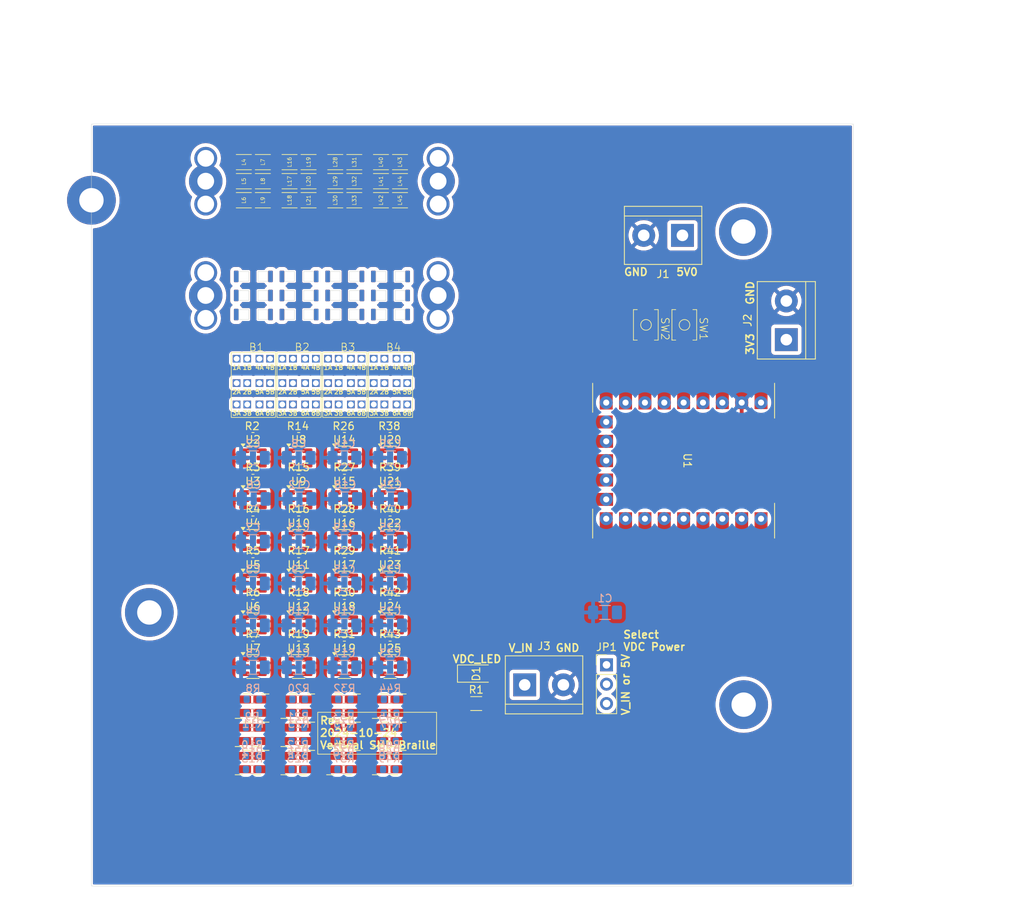
<source format=kicad_pcb>
(kicad_pcb (version 20240108) (generator "pcbnew") (generator_version "8.0")
  (layers (0 "F.Cu" signal) (31 "B.Cu" signal) (34 "B.Paste" user) (35 "F.Paste" user) (36 "B.SilkS" user "B.Silkscreen") (37 "F.SilkS" user "F.Silkscreen") (38 "B.Mask" user) (39 "F.Mask" user) (44 "Edge.Cuts" user))
  (net 0 "")
  (net 1 "GND")
  (net 2 "VDC")
  (net 3 "+5V")
  (net 4 "+3V3")
  (net 5 "Net-(J3-Pin_1)")
  (net 14 "/SHIFT_SRCK")
  (net 21 "/SHIFT_SER_IN")
  (net 23 "/SHIFT_RCLK")
  (net 41 "/SW_1")
  (net 42 "/SW_2")
  (net 43 "Net-(D1-A)")
  (net 54 "Net-(D2-AK)")
  (net 55 "Net-(D3-AK)")
  (net 56 "Net-(D4-AK)")
  (net 57 "Net-(D5-AK)")
  (net 58 "Net-(D6-AK)")
  (net 59 "Net-(D7-AK)")
  (net 60 "Net-(D8-AK)")
  (net 61 "Net-(D9-AK)")
  (net 62 "Net-(D10-AK)")
  (net 63 "Net-(D11-AK)")
  (net 64 "Net-(D12-AK)")
  (net 65 "Net-(D13-AK)")
  (net 66 "Net-(D14-AK)")
  (net 67 "Net-(D15-AK)")
  (net 68 "Net-(D16-AK)")
  (net 69 "Net-(D17-AK)")
  (net 70 "Net-(D18-AK)")
  (net 71 "Net-(D19-AK)")
  (net 72 "Net-(D20-AK)")
  (net 73 "Net-(D21-AK)")
  (net 74 "Net-(D22-AK)")
  (net 75 "Net-(D23-AK)")
  (net 76 "Net-(D24-AK)")
  (net 77 "Net-(D25-AK)")
  (net 78 "Net-(B1-3B)")
  (net 79 "Net-(B1-6B)")
  (net 80 "Net-(B1-5B)")
  (net 81 "Net-(B1-1B)")
  (net 82 "Net-(B1-2B)")
  (net 83 "Net-(B1-4B)")
  (net 84 "Net-(B2-1B)")
  (net 85 "Net-(B2-6B)")
  (net 86 "Net-(B2-5B)")
  (net 87 "Net-(B2-2B)")
  (net 88 "Net-(B2-4B)")
  (net 89 "Net-(B2-3B)")
  (net 90 "Net-(B3-1B)")
  (net 91 "Net-(B3-3B)")
  (net 92 "Net-(B3-6B)")
  (net 93 "Net-(B3-4B)")
  (net 94 "Net-(B3-2B)")
  (net 95 "Net-(B3-5B)")
  (net 96 "Net-(B4-5B)")
  (net 97 "Net-(B4-3B)")
  (net 98 "Net-(B4-2B)")
  (net 99 "Net-(B4-4B)")
  (net 100 "Net-(B4-1B)")
  (net 101 "Net-(B4-6B)")
  (net 102 "/Braille_Cells_and_Controls/Braille_Cell/DOT5_A")
  (net 103 "/Braille_Cells_and_Controls/Braille_Cell/DOT3_A")
  (net 104 "/Braille_Cells_and_Controls/Braille_Cell/DOT6_A")
  (net 105 "/Braille_Cells_and_Controls/Braille_Cell/DOT2_A")
  (net 106 "/Braille_Cells_and_Controls/Braille_Cell/DOT1_A")
  (net 107 "/Braille_Cells_and_Controls/Braille_Cell/DOT4_A")
  (net 108 "/Braille_Cells_and_Controls/Braille_Cell1/DOT2_A")
  (net 109 "/Braille_Cells_and_Controls/Braille_Cell1/DOT6_A")
  (net 110 "/Braille_Cells_and_Controls/Braille_Cell1/DOT1_A")
  (net 111 "/Braille_Cells_and_Controls/Braille_Cell1/DOT3_A")
  (net 112 "/Braille_Cells_and_Controls/Braille_Cell1/DOT4_A")
  (net 113 "/Braille_Cells_and_Controls/Braille_Cell1/DOT5_A")
  (net 114 "/Braille_Cells_and_Controls/Braille_Cell2/DOT2_A")
  (net 115 "/Braille_Cells_and_Controls/Braille_Cell2/DOT4_A")
  (net 116 "/Braille_Cells_and_Controls/Braille_Cell2/DOT5_A")
  (net 117 "/Braille_Cells_and_Controls/Braille_Cell2/DOT6_A")
  (net 118 "/Braille_Cells_and_Controls/Braille_Cell2/DOT1_A")
  (net 119 "/Braille_Cells_and_Controls/Braille_Cell2/DOT3_A")
  (net 120 "/Braille_Cells_and_Controls/Braille_Cell3/DOT6_A")
  (net 121 "/Braille_Cells_and_Controls/Braille_Cell3/DOT1_A")
  (net 122 "/Braille_Cells_and_Controls/Braille_Cell3/DOT2_A")
  (net 123 "/Braille_Cells_and_Controls/Braille_Cell3/DOT5_A")
  (net 124 "/Braille_Cells_and_Controls/Braille_Cell3/DOT3_A")
  (net 125 "/Braille_Cells_and_Controls/Braille_Cell3/DOT4_A")
  (net 126 "/Braille_Cells_and_Controls/CELL0_DOT1_B")
  (net 127 "/Braille_Cells_and_Controls/CELL0_DOT2_B")
  (net 128 "/Braille_Cells_and_Controls/CELL0_DOT3_B")
  (net 129 "/Braille_Cells_and_Controls/CELL0_DOT4_B")
  (net 130 "/Braille_Cells_and_Controls/CELL0_DOT5_B")
  (net 131 "/Braille_Cells_and_Controls/CELL0_DOT6_B")
  (net 132 "/Braille_Cells_and_Controls/CELL1_DOT1_B")
  (net 133 "/Braille_Cells_and_Controls/CELL1_DOT2_B")
  (net 134 "/Braille_Cells_and_Controls/CELL1_DOT3_B")
  (net 135 "/Braille_Cells_and_Controls/CELL1_DOT4_B")
  (net 136 "/Braille_Cells_and_Controls/CELL1_DOT5_B")
  (net 137 "/Braille_Cells_and_Controls/CELL1_DOT6_B")
  (net 138 "/Braille_Cells_and_Controls/CELL2_DOT1_B")
  (net 139 "/Braille_Cells_and_Controls/CELL2_DOT2_B")
  (net 140 "/Braille_Cells_and_Controls/CELL2_DOT3_B")
  (net 141 "/Braille_Cells_and_Controls/CELL2_DOT4_B")
  (net 142 "/Braille_Cells_and_Controls/CELL2_DOT5_B")
  (net 143 "/Braille_Cells_and_Controls/CELL2_DOT6_B")
  (net 144 "/Braille_Cells_and_Controls/CELL3_DOT1_B")
  (net 145 "/Braille_Cells_and_Controls/CELL3_DOT2_B")
  (net 146 "/Braille_Cells_and_Controls/CELL3_DOT3_B")
  (net 147 "/Braille_Cells_and_Controls/CELL3_DOT4_B")
  (net 148 "/Braille_Cells_and_Controls/CELL3_DOT5_B")
  (net 149 "/Braille_Cells_and_Controls/CELL3_DOT6_B")
  (net 150 "/Braille_Cells_and_Controls/Braille_Cell/DOT1_B")
  (net 151 "/Braille_Cells_and_Controls/Braille_Cell/DOT2_B")
  (net 152 "/Braille_Cells_and_Controls/Braille_Cell/DOT3_B")
  (net 153 "/Braille_Cells_and_Controls/Braille_Cell/DOT4_B")
  (net 154 "/Braille_Cells_and_Controls/Braille_Cell/DOT5_B")
  (net 155 "/Braille_Cells_and_Controls/Braille_Cell/DOT6_B")
  (net 156 "/Braille_Cells_and_Controls/CELL0_DOT1_A")
  (net 157 "/Braille_Cells_and_Controls/CELL0_DOT2_A")
  (net 158 "/Braille_Cells_and_Controls/CELL0_DOT3_A")
  (net 159 "/Braille_Cells_and_Controls/CELL0_DOT4_A")
  (net 160 "/Braille_Cells_and_Controls/CELL0_DOT5_A")
  (net 161 "/Braille_Cells_and_Controls/CELL0_DOT6_A")
  (net 162 "/Braille_Cells_and_Controls/Braille_Cell1/DOT1_B")
  (net 163 "/Braille_Cells_and_Controls/Braille_Cell1/DOT2_B")
  (net 164 "/Braille_Cells_and_Controls/Braille_Cell1/DOT3_B")
  (net 165 "/Braille_Cells_and_Controls/Braille_Cell1/DOT4_B")
  (net 166 "/Braille_Cells_and_Controls/Braille_Cell1/DOT5_B")
  (net 167 "/Braille_Cells_and_Controls/Braille_Cell1/DOT6_B")
  (net 168 "/Braille_Cells_and_Controls/CELL1_DOT1_A")
  (net 169 "/Braille_Cells_and_Controls/CELL1_DOT2_A")
  (net 170 "/Braille_Cells_and_Controls/CELL1_DOT3_A")
  (net 171 "/Braille_Cells_and_Controls/CELL1_DOT4_A")
  (net 172 "/Braille_Cells_and_Controls/CELL1_DOT5_A")
  (net 173 "/Braille_Cells_and_Controls/CELL1_DOT6_A")
  (net 174 "/Braille_Cells_and_Controls/Braille_Cell2/DOT1_B")
  (net 175 "/Braille_Cells_and_Controls/Braille_Cell2/DOT2_B")
  (net 176 "/Braille_Cells_and_Controls/Braille_Cell2/DOT3_B")
  (net 177 "/Braille_Cells_and_Controls/Braille_Cell2/DOT4_B")
  (net 178 "/Braille_Cells_and_Controls/Braille_Cell2/DOT5_B")
  (net 179 "/Braille_Cells_and_Controls/Braille_Cell2/DOT6_B")
  (net 180 "/Braille_Cells_and_Controls/CELL2_DOT1_A")
  (net 181 "/Braille_Cells_and_Controls/CELL2_DOT2_A")
  (net 182 "/Braille_Cells_and_Controls/CELL2_DOT3_A")
  (net 183 "/Braille_Cells_and_Controls/CELL2_DOT4_A")
  (net 184 "/Braille_Cells_and_Controls/CELL2_DOT5_A")
  (net 185 "/Braille_Cells_and_Controls/CELL2_DOT6_A")
  (net 186 "/Braille_Cells_and_Controls/Braille_Cell3/DOT1_B")
  (net 187 "/Braille_Cells_and_Controls/Braille_Cell3/DOT2_B")
  (net 188 "/Braille_Cells_and_Controls/Braille_Cell3/DOT3_B")
  (net 189 "/Braille_Cells_and_Controls/Braille_Cell3/DOT4_B")
  (net 190 "/Braille_Cells_and_Controls/Braille_Cell3/DOT5_B")
  (net 191 "/Braille_Cells_and_Controls/Braille_Cell3/DOT6_B")
  (net 192 "/Braille_Cells_and_Controls/CELL3_DOT1_A")
  (net 193 "/Braille_Cells_and_Controls/CELL3_DOT2_A")
  (net 194 "/Braille_Cells_and_Controls/CELL3_DOT3_A")
  (net 195 "/Braille_Cells_and_Controls/CELL3_DOT4_A")
  (net 196 "/Braille_Cells_and_Controls/CELL3_DOT5_A")
  (net 197 "/Braille_Cells_and_Controls/CELL3_DOT6_A")
  (net 198 "/~{SHIFT_OE}")
  (net 199 "/~{SHIFT_SRCLR}")
  (footprint "00-project-footprints:Inductor_0805_2012Metric_SMD_Vertical_Square_Rev2_1.3mm" (layer "F.Cu") (at 52.5 55)
    (property "Reference" "L12" (hide yes))
    (property "Value" "L" (hide yes))
    (fp_rect (start -0.65 -0.65) (end 0.65 0.65) (stroke (width 0.05)) (fill none) (layer "Edge.Cuts"))
  )
  (footprint "Package_TO_SOT_SMD:SOT-23-6" (layer "F.Cu") (at 51.2 84.775)
    (property "Reference" "U4")
    (property "Value" "AD116")
  )
  (footprint "00-project-footprints:Inductor_0805_2012Metric_SMD_Vertical_Square_Rev2_1.3mm" (layer "F.Cu") (at 68 50 180)
    (property "Reference" "L37" (hide yes))
    (property "Value" "L" (hide yes))
    (fp_rect (start -0.65 -0.65) (end 0.65 0.65) (stroke (width 0.05)) (fill none) (layer "Edge.Cuts"))
  )
  (footprint "00-project-footprints:LED_0603_1608Metric_HandSolder_2x_Reverse" (layer "F.Cu") (at 61.9 110.1 90)
    (property "Reference" "D15" (hide yes))
    (property "Value" "LED_Dual_Bidirectional")
  )
  (footprint "00-project-footprints:Inductor_0805_2012Metric_SMD_Vertical_Square_Rev2_1.3mm" (layer "F.Cu") (at 56 52.5 180)
    (property "Reference" "L14" (hide yes))
    (property "Value" "L" (hide yes))
    (fp_rect (start -0.65 -0.65) (end 0.65 0.65) (stroke (width 0.05)) (fill none) (layer "Edge.Cuts"))
  )
  (footprint "Package_TO_SOT_SMD:SOT-23-6" (layer "F.Cu") (at 69.2 90.25)
    (property "Reference" "U23")
    (property "Value" "AD116")
  )
  (footprint "00-project-footprints:Inductor_0805_2012Metric_SMD_Vertical_Square_Rev2_1.3mm" (layer "F.Cu") (at 64.5 52.5)
    (property "Reference" "L35" (hide yes))
    (property "Value" "L" (hide yes))
    (fp_rect (start -0.65 -0.65) (end 0.65 0.65) (stroke (width 0.05)) (fill none) (layer "Edge.Cuts"))
  )
  (footprint "00-project-footprints:Inductor_VLS201612CX" (layer "F.Cu") (at 58.5 40)
    (property "Reference" "L21")
    (property "Value" "L")
  )
  (footprint "00-project-footprints:LED_0603_1608Metric_HandSolder_2x_Reverse" (layer "F.Cu") (at 58.3 110.1 90)
    (property "Reference" "D13" (hide yes))
    (property "Value" "LED_Dual_Bidirectional")
  )
  (footprint "00-project-footprints:Inductor_VLS201612CX" (layer "F.Cu") (at 68 35)
    (property "Reference" "L40")
    (property "Value" "L")
  )
  (footprint "Capacitor_SMD:C_0603_1608Metric_Pad1.08x0.95mm_HandSolder" (layer "F.Cu") (at 51.2 98.375)
    (property "Reference" "R7")
    (property "Value" "20")
  )
  (footprint "00-project-footprints:LED_0603_1608Metric_HandSolder_2x_Reverse" (layer "F.Cu") (at 49.9 113.8 90)
    (property "Reference" "D4" (hide yes))
    (property "Value" "LED_Dual_Bidirectional")
  )
  (footprint "Capacitor_SMD:C_0603_1608Metric_Pad1.08x0.95mm_HandSolder" (layer "F.Cu") (at 63.2 81.95)
    (property "Reference" "R28")
    (property "Value" "20")
  )
  (footprint "Capacitor_SMD:C_0603_1608Metric_Pad1.08x0.95mm_HandSolder" (layer "F.Cu") (at 57.2 98.375)
    (property "Reference" "R19")
    (property "Value" "20")
  )
  (footprint "00-project-footprints:LED_0603_1608Metric_HandSolder_2x_Reverse" (layer "F.Cu") (at 64.3 106.4 90)
    (property "Reference" "D18" (hide yes))
    (property "Value" "LED_Dual_Bidirectional")
  )
  (footprint "Package_TO_SOT_SMD:SOT-23-6" (layer "F.Cu") (at 69.2 84.775)
    (property "Reference" "U22")
    (property "Value" "AD116")
  )
  (footprint "00-project-footprints:PushButtonSMD_2.93x3.9" (layer "F.Cu") (at 102.7845 56.36 -90)
    (property "Reference" "SW2")
    (property "Value" "SW_Push")
  )
  (footprint "00-project-footprints:LED_0603_1608Metric_HandSolder_2x_Reverse" (layer "F.Cu") (at 64.3 110.1 90)
    (property "Reference" "D19" (hide yes))
    (property "Value" "LED_Dual_Bidirectional")
  )
  (footprint "00-project-footprints:Inductor_VLS201612CX" (layer "F.Cu") (at 52.5 37.5)
    (property "Reference" "L8")
    (property "Value" "L")
  )
  (footprint "Connector_PinHeader_2.54mm:PinHeader_1x03_P2.54mm_Vertical" (layer "F.Cu") (at 97.6 100.975)
    (property "Reference" "JP1")
    (property "Value" "SolderJumper_3_Open")
  )
  (footprint "Package_TO_SOT_SMD:SOT-23-6" (layer "F.Cu") (at 63.2 90.25)
    (property "Reference" "U17")
    (property "Value" "AD116")
  )
  (footprint "Capacitor_SMD:C_0603_1608Metric_Pad1.08x0.95mm_HandSolder" (layer "F.Cu") (at 57.2 87.425)
    (property "Reference" "R17")
    (property "Value" "20")
  )
  (footprint "Package_TO_SOT_SMD:SOT-23-6" (layer "F.Cu") (at 51.2 73.825)
    (property "Reference" "U2")
    (property "Value" "AD116")
  )
  (footprint "00-project-footprints:Inductor_VLS201612CX" (layer "F.Cu") (at 56 35)
    (property "Reference" "L16")
    (property "Value" "L")
  )
  (footprint "00-project-footprints:Inductor_0805_2012Metric_SMD_Vertical_Square_Rev2_1.3mm" (layer "F.Cu") (at 50 50 180)
    (property "Reference" "L1" (hide yes))
    (property "Value" "L" (hide yes))
    (fp_rect (start -0.65 -0.65) (end 0.65 0.65) (stroke (width 0.05)) (fill none) (layer "Edge.Cuts"))
  )
  (footprint "00-project-footprints:Braille_Block_MountingHoles_M2_3x" (layer "F.Cu") (at 75.5 37.5)
    (property "Reference" "H8" (hide yes))
    (property "Value" "MountingHole_Pad")
  )
  (footprint "00-project-footprints:Inductor_0805_2012Metric_SMD_Vertical_Square_Rev2_1.3mm" (layer "F.Cu") (at 62 52.5 180)
    (property "Reference" "L26" (hide yes))
    (property "Value" "L" (hide yes))
    (fp_rect (start -0.65 -0.65) (end 0.65 0.65) (stroke (width 0.05)) (fill none) (layer "Edge.Cuts"))
  )
  (footprint "00-project-footprints:LED_0603_1608Metric_HandSolder_2x_Reverse" (layer "F.Cu") (at 52.3 113.8 90)
    (property "Reference" "D5" (hide yes))
    (property "Value" "LED_Dual_Bidirectional")
  )
  (footprint "Package_TO_SOT_SMD:SOT-23-6" (layer "F.Cu") (at 51.2 90.25)
    (property "Reference" "U5")
    (property "Value" "AD116")
  )
  (footprint "LED_SMD:LED_1206_3216Metric_Pad1.42x1.75mm_HandSolder" (layer "F.Cu") (at 80.495 102.12)
    (property "Reference" "D1")
    (property "Value" "LED")
  )
  (footprint "00-project-footprints:Inductor_VLS201612CX" (layer "F.Cu") (at 52.5 40)
    (property "Reference" "L9")
    (property "Value" "L")
  )
  (footprint "TerminalBlock:TerminalBlock_bornier-2_P5.08mm" (layer "F.Cu") (at 107.5645 44.61 180)
    (property "Reference" "J1")
    (property "Value" "Screw_Terminal_01x02")
  )
  (footprint "Package_TO_SOT_SMD:SOT-23-6" (layer "F.Cu") (at 51.2 79.3)
    (property "Reference" "U3")
    (property "Value" "AD116")
  )
  (footprint "00-project-footprints:Inductor_0805_2012Metric_SMD_Vertical_Square_Rev2_1.3mm" (layer "F.Cu") (at 52.5 50)
    (property "Reference" "L10" (hide yes))
    (property "Value" "L" (hide yes))
    (fp_rect (start -0.65 -0.65) (end 0.65 0.65) (stroke (width 0.05)) (fill none) (layer "Edge.Cuts"))
  )
  (footprint "00-project-footprints:Braille_Cell_Breakout" (layer "F.Cu") (at 69.25 64)
    (property "Reference" "B4")
    (property "Value" "~")
  )
  (footprint "Capacitor_SMD:C_0603_1608Metric_Pad1.08x0.95mm_HandSolder" (layer "F.Cu") (at 51.2 87.425)
    (property "Reference" "R5")
    (property "Value" "20")
  )
  (footprint "00-project-footprints:Inductor_0805_2012Metric_SMD_Vertical_Square_Rev2_1.3mm" (layer "F.Cu") (at 62 50 180)
    (property "Reference" "L25" (hide yes))
    (property "Value" "L" (hide yes))
    (fp_rect (start -0.65 -0.65) (end 0.65 0.65) (stroke (width 0.05)) (fill none) (layer "Edge.Cuts"))
  )
  (footprint "00-project-footprints:Inductor_VLS201612CX" (layer "F.Cu") (at 62 40)
    (property "Reference" "L30")
    (property "Value" "L")
  )
  (footprint "00-project-footprints:Inductor_VLS201612CX" (layer "F.Cu") (at 70.5 35)
    (property "Reference" "L43")
    (property "Value" "L")
  )
  (footprint "Capacitor_SMD:C_0603_1608Metric_Pad1.08x0.95mm_HandSolder" (layer "F.Cu") (at 69.2 92.9)
    (property "Reference" "R42")
    (property "Value" "20")
  )
  (footprint "00-project-footprints:Inductor_VLS201612CX" (layer "F.Cu") (at 56 37.5)
    (property "Reference" "L17")
    (property "Value" "L")
  )
  (footprint "Capacitor_SMD:C_0603_1608Metric_Pad1.08x0.95mm_HandSolder" (layer "F.Cu") (at 63.2 76.475)
    (property "Reference" "R27")
    (property "Value" "20")
  )
  (footprint "Package_TO_SOT_SMD:SOT-23-6" (layer "F.Cu") (at 57.2 95.725)
    (property "Reference" "U12")
    (property "Value" "AD116")
  )
  (footprint "Package_TO_SOT_SMD:SOT-23-6" (layer "F.Cu") (at 51.2 101.2)
    (property "Reference" "U7")
    (property "Value" "AD116")
  )
  (footprint "00-project-footprints:Inductor_VLS201612CX" (layer "F.Cu") (at 70.5 40)
    (property "Reference" "L45")
    (property "Value" "L")
  )
  (footprint "00-project-footprints:Inductor_0805_2012Metric_SMD_Vertical_Square_Rev2_1.3mm" (layer "F.Cu") (at 62 55 180)
    (property "Reference" "L27" (hide yes))
    (property "Value" "L" (hide yes))
    (fp_rect (start -0.65 -0.65) (end 0.65 0.65) (stroke (width 0.05)) (fill none) (layer "Edge.Cuts"))
  )
  (footprint "Capacitor_SMD:C_0603_1608Metric_Pad1.08x0.95mm_HandSolder" (layer "F.Cu") (at 51.2 92.9)
    (property "Reference" "R6")
    (property "Value" "20")
  )
  (footprint "00-project-footprints:Braille_Block_MountingHoles_M2_3x" (layer "F.Cu") (at 45 37.5)
    (property "Reference" "H7" (hide yes))
    (property "Value" "MountingHole_Pad")
  )
  (footprint "00-project-footprints:Braille_Block_MountingHoles_M2_3x" (layer "F.Cu") (at 75.5 52.5)
    (property "Reference" "H6" (hide yes))
    (property "Value" "MountingHole_Pad")
  )
  (footprint "00-project-footprints:Braille_Block_MountingHoles_M2_3x" (layer "F.Cu") (at 45 52.5)
    (property "Reference" "H5" (hide yes))
    (property "Value" "MountingHole_Pad")
  )
  (footprint "Package_TO_SOT_SMD:SOT-23-6" (layer "F.Cu") (at 57.2 101.2)
    (property "Reference" "U13")
    (property "Value" "AD116")
  )
  (footprint "00-project-footprints:LED_0603_1608Metric_HandSolder_2x_Reverse" (layer "F.Cu") (at 58.3 113.8 90)
    (property "Reference" "D11" (hide yes))
    (property "Value" "LED_Dual_Bidirectional")
  )
  (footprint "00-project-footprints:Inductor_VLS201612CX" (layer "F.Cu") (at 62 35)
    (property "Reference" "L28")
    (property "Value" "L")
  )
  (footprint "00-project-footprints:LED_0603_1608Metric_HandSolder_2x_Reverse" (layer "F.Cu") (at 64.3 113.8 90)
    (property "Reference" "D17" (hide yes))
    (property "Value" "LED_Dual_Bidirectional")
  )
  (footprint "00-project-footprints:LED_0603_1608Metric_HandSolder_2x_Reverse" (layer "F.Cu") (at 55.9 106.4 90)
    (property "Reference" "D8" (hide yes))
    (property "Value" "LED_Dual_Bidirectional")
  )
  (footprint "Capacitor_SMD:C_0603_1608Metric_Pad1.08x0.95mm_HandSolder" (layer "F.Cu") (at 69.2 81.95)
    (property "Reference" "R40")
    (property "Value" "20")
  )
  (footprint "Capacitor_SMD:C_0603_1608Metric_Pad1.08x0.95mm_HandSolder" (layer "F.Cu") (at 69.2 76.475)
    (property "Reference" "R39")
    (property "Value" "20")
  )
  (footprint "00-project-footprints:Inductor_0805_2012Metric_SMD_Vertical_Square_Rev2_1.3mm" (layer "F.Cu") (at 68 52.5 180)
    (property "Reference" "L38" (hide yes))
    (property "Value" "L" (hide yes))
    (fp_rect (start -0.65 -0.65) (end 0.65 0.65) (stroke (width 0.05)) (fill none) (layer "Edge.Cuts"))
  )
  (footprint "00-project-footprints:Inductor_0805_2012Metric_SMD_Vertical_Square_Rev2_1.3mm" (layer "F.Cu") (at 70.5 50)
    (property "Reference" "L46" (hide yes))
    (property "Value" "L" (hide yes))
    (fp_rect (start -0.65 -0.65) (end 0.65 0.65) (stroke (width 0.05)) (fill none) (layer "Edge.Cuts"))
  )
  (footprint "TerminalBlock:TerminalBlock_bornier-2_P5.08mm" (layer "F.Cu") (at 121.2 58.3 90)
    (property "Reference" "J2")
    (property "Value" "Screw_Terminal_01x02")
  )
  (footprint "00-project-footprints:LED_0603_1608Metric_HandSolder_2x_Reverse" (layer "F.Cu") (at 49.9 110.1 90)
    (property "Reference" "D3" (hide yes))
    (property "Value" "LED_Dual_Bidirectional")
  )
  (footprint "00-project-footprints:RP2040 Zero" (layer "F.Cu") (at 94.893 64.02 -90)
    (property "Reference" "U1")
    (property "Value" "RP2040-Zero")
  )
  (footprint "Capacitor_SMD:C_0603_1608Metric_Pad1.08x0.95mm_HandSolder" (layer "F.Cu") (at 51.2 81.95)
    (property "Reference" "R4")
    (property "Value" "20")
  )
  (footprint "00-project-footprints:Braille_Cell_Breakout" (layer "F.Cu") (at 63.25 64)
    (property "Reference" "B3")
    (property "Value" "~")
  )
  (footprint "00-project-footprints:Inductor_0805_2012Metric_SMD_Vertical_Square_Rev2_1.3mm" (layer "F.Cu") (at 64.5 55)
    (property "Reference" "L36" (hide yes))
    (property "Value" "L" (hide yes))
    (fp_rect (start -0.65 -0.65) (end 0.65 0.65) (stroke (width 0.05)) (fill none) (layer "Edge.Cuts"))
  )
  (footprint "00-project-footprints:Inductor_VLS201612CX" (layer "F.Cu") (at 62 37.5)
    (property "Reference" "L29")
    (property "Value" "L")
  )
  (footprint "00-project-footprints:Inductor_0805_2012Metric_SMD_Vertical_Square_Rev2_1.3mm" (layer "F.Cu") (at 70.5 52.5)
    (property "Reference" "L47" (hide yes))
    (property "Value" "L" (hide yes))
    (fp_rect (start -0.65 -0.65) (end 0.65 0.65) (stroke (width 0.05)) (fill none) (layer "Edge.Cuts"))
  )
  (footprint "00-project-footprints:Inductor_0805_2012Metric_SMD_Vertical_Square_Rev2_1.3mm" (layer "F.Cu") (at 58.5 55)
    (property "Reference" "L24" (hide yes))
    (property "Value" "L" (hide yes))
    (fp_rect (start -0.65 -0.65) (end 0.65 0.65) (stroke (width 0.05)) (fill none) (layer "Edge.Cuts"))
  )
  (footprint "00-project-footprints:Inductor_VLS201612CX" (layer "F.Cu") (at 64.5 37.5)
    (property "Reference" "L32")
    (property "Value" "L")
  )
  (footprint "00-project-footprints:LED_0603_1608Metric_HandSolder_2x_Reverse" (layer "F.Cu") (at 52.3 106.4 90)
    (property "Reference" "D6" (hide yes))
    (property "Value" "LED_Dual_Bidirectional")
  )
  (footprint "00-project-footprints:Inductor_VLS201612CX" (layer "F.Cu") (at 68 37.5)
    (property "Reference" "L41")
    (property "Value" "L")
  )
  (footprint "00-project-footprints:Inductor_0805_2012Metric_SMD_Vertical_Square_Rev2_1.3mm" (layer "F.Cu") (at 58.5 52.5)
    (property "Reference" "L23" (hide yes))
    (property "Value" "L" (hide yes))
    (fp_rect (start -0.65 -0.65) (end 0.65 0.65) (stroke (width 0.05)) (fill none) (layer "Edge.Cuts"))
  )
  (footprint "Capacitor_SMD:C_0603_1608Metric_Pad1.08x0.95mm_HandSolder" (layer "F.Cu") (at 63.2 87.425)
    (property "Reference" "R29")
    (property "Value" "20")
  )
  (footprint "Capacitor_SMD:C_0603_1608Metric_Pad1.08x0.95mm_HandSolder" (layer "F.Cu") (at 51.2 71 180)
    (property "Reference" "R2")
    (property "Value" "20")
  )
  (footprint "00-project-footprints:Inductor_0805_2012Metric_SMD_Vertical_Square_Rev2_1.3mm" (layer "F.Cu") (at 68 55 180)
    (property "Reference" "L39" (hide yes))
    (property "Value" "L" (hide yes))
    (fp_rect (start -0.65 -0.65) (end 0.65 0.65) (stroke (width 0.05)) (fill none) (layer "Edge.Cuts"))
  )
  (footprint "00-project-footprints:Inductor_VLS201612CX" (layer "F.Cu") (at 52.5 35)
    (property "Reference" "L7")
    (property "Value" "L")
  )
  (footprint "00-project-footprints:LED_0603_1608Metric_HandSolder_2x_Reverse" (layer "F.Cu") (at 55.9 110.1 90)
    (property "Reference" "D9" (hide yes))
    (property "Value" "LED_Dual_Bidirectional")
  )
  (footprint "Capacitor_SMD:C_0603_1608Metric_Pad1.08x0.95mm_HandSolder" (layer "F.Cu") (at 69.2 71 180)
    (property "Reference" "R38")
    (property "Value" "20")
  )
  (footprint "00-project-footprints:LED_0603_1608Metric_HandSolder_2x_Reverse" (layer "F.Cu") (at 61.9 113.8 90)
    (property "Reference" "D16" (hide yes))
    (property "Value" "LED_Dual_Bidirectional")
  )
  (footprint "00-project-footprints:LED_0603_1608Metric_HandSolder_2x_Reverse" (layer "F.Cu") (at 52.3 110.1 90)
    (property "Reference" "D7" (hide yes))
    (property "Value" "LED_Dual_Bidirectional")
  )
  (footprint "TerminalBlock:TerminalBlock_bornier-2_P5.08mm" (layer "F.Cu") (at 86.86 103.6)
    (property "Reference" "J3")
    (property "Value" "Screw_Terminal_01x02")
  )
  (footprint "Package_TO_SOT_SMD:SOT-23-6" (layer "F.Cu") (at 57.2 79.3)
    (property "Reference" "U9")
    (property "Value" "AD116")
  )
  (footprint "00-project-footprints:Inductor_0805_2012Metric_SMD_Vertical_Square_Rev2_1.3mm" (layer "F.Cu") (at 64.5 50)
    (property "Reference" "L34" (hide yes))
    (property "Value" "L" (hide yes))
    (fp_rect (start -0.65 -0.65) (end 0.65 0.65) (stroke (width 0.05)) (fill none) (layer "Edge.Cuts"))
  )
  (footprint "00-project-footprints:Inductor_0805_2012Metric_SMD_Vertical_Square_Rev2_1.3mm" (layer "F.Cu") (at 58.5 50)
    (property "Reference" "L22" (hide yes))
    (property "Value" "L" (hide yes))
    (fp_rect (start -0.65 -0.65) (end 0.65 0.65) (stroke (width 0.05)) (fill none) (layer "Edge.Cuts"))
  )
  (footprint "Package_TO_SOT_SMD:SOT-23-6" (layer "F.Cu") (at 69.2 101.2)
    (property "Reference" "U25")
    (property "Value" "AD116")
  )
  (footprint "Capacitor_SMD:C_0603_1608Metric_Pad1.08x0.95mm_HandSolder" (layer "F.Cu") (at 57.2 76.475)
    (property "Reference" "R15")
    (property "Value" "20")
  )
  (footprint "00-project-footprints:LED_0603_1608Metric_HandSolder_2x_Reverse" (layer "F.Cu") (at 70.3 110.1 90)
    (property "Reference" "D25" (hide yes))
    (property "Value" "LED_Dual_Bidirectional")
  )
  (footprint "00-project-footprints:Inductor_VLS201612CX" (layer "F.Cu") (at 56 40)
    (property "Reference" "L18")
    (property "Value" "L")
  )
  (footprint "MountingHole:MountingHole_3.2mm_M3_Pad" (layer "F.Cu") (at 30 40)
    (property "Reference" "H1" (hide yes))
    (property "Value" "MountingHole_Pad")
  )
  (footprint "00-project-footprints:Braille_Cell_Breakout" (layer "F.Cu") (at 57.25 64)
    (property "Reference" "B2")
    (property "Value" "~")
  )
  (footprint "00-project-footprints:Inductor_0805_2012Metric_SMD_Vertical_Square_Rev2_1.3mm" (layer "F.Cu") (at 50 55 180)
    (property "Reference" "L3" (hide yes))
    (property "Value" "L" (hide yes))
    (fp_rect (start -0.65 -0.65) (end 0.65 0.65) (stroke (width 0.05)) (fill none) (layer "Edge.Cuts"))
  )
  (footprint "Package_TO_SOT_SMD:SOT-23-6" (layer "F.Cu") (at 69.2 95.725)
    (property "Reference" "U24")
    (property "Value" "AD116")
  )
  (footprint "00-project-footprints:Inductor_VLS201612CX" (layer "F.Cu") (at 50 35)
    (property "Reference" "L4")
    (property "Value" "L")
  )
  (footprint "00-project-footprints:LED_0603_1608Metric_HandSolder_2x_Reverse" (layer "F.Cu") (at 70.3 113.8 90)
    (property "Reference" "D23" (hide yes))
    (property "Value" "LED_Dual_Bidirectional")
  )
  (footprint "00-project-footprints:LED_0603_1608Metric_HandSolder_2x_Reverse" (layer "F.Cu") (at 67.9 110.1 90)
    (property "Reference" "D21" (hide yes))
    (property "Value" "LED_Dual_Bidirectional")
  )
  (footprint "Capacitor_SMD:C_0603_1608Metric_Pad1.08x0.95mm_HandSolder" (layer "F.Cu") (at 63.2 71 180)
    (property "Reference" "R26")
    (property "Value" "20")
  )
  (footprint "Capacitor_SMD:C_0603_1608Metric_Pad1.08x0.95mm_HandSolder" (layer "F.Cu") (at 57.2 92.9)
    (property "Reference" "R18")
    (property "Value" "20")
  )
  (footprint "00-project-footprints:Inductor_VLS201612CX" (layer "F.Cu") (at 68 40)
    (property "Reference" "L42")
    (property "Value" "L")
  )
  (footprint "Capacitor_SMD:C_0603_1608Metric_Pad1.08x0.95mm_HandSolder" (layer "F.Cu") (at 69.2 98.375)
    (property "Reference" "R43")
    (property "Value" "20")
  )
  (footprint "Package_TO_SOT_SMD:SOT-23-6" (layer "F.Cu") (at 57.2 73.825)
    (property "Reference" "U8")
    (property "Value" "AD116")
  )
  (footprint "00-project-footprints:LED_0603_1608Metric_HandSolder_2x_Reverse" (layer "F.Cu") (at 49.9 106.4 90)
    (property "Reference" "D2" (hide yes))
    (property "Value" "LED_Dual_Bidirectional")
  )
  (footprint "Capacitor_SMD:C_0603_1608Metric_Pad1.08x0.95mm_HandSolder" (layer "F.Cu") (at 57.2 71 180)
    (property "Reference" "R14")
    (property "Value" "20")
  )
  (footprint "Package_TO_SOT_SMD:SOT-23-6" (layer "F.Cu") (at 63.2 73.825)
    (property "Reference" "U14")
    (property "Value" "AD116")
  )
  (footprint "Package_TO_SOT_SMD:SOT-23-6" (layer "F.Cu") (at 63.2 84.775)
    (property "Reference" "U16")
    (property "Value" "AD116")
  )
  (footprint "MountingHole:MountingHole_3.2mm_M3_Pad" (layer "F.Cu") (at 115.6 106.2)
    (property "Reference" "H4" (hide yes))
    (property "Value" "MountingHole_Pad")
  )
  (footprint "00-project-footprints:Inductor_VLS201612CX" (layer "F.Cu") (at 70.5 37.5)
    (property "Reference" "L44")
    (property "Value" "L")
  )
  (footprint "00-project-footprints:LED_0603_1608Metric_HandSolder_2x_Reverse" (layer "F.Cu") (at 67.9 106.4 90)
    (property "Reference" "D20" (hide yes))
    (property "Value" "LED_Dual_Bidirectional")
  )
  (footprint "Resistor_SMD:R_1206_3216Metric_Pad1.30x1.75mm_HandSolder" (layer "F.Cu") (at 80.5 106.06)
    (property "Reference" "R1")
    (property "Value" "5k1")
  )
  (footprint "00-project-footprints:Inductor_0805_2012Metric_SMD_Vertical_Square_Rev2_1.3mm" (layer "F.Cu") (at 50 52.5 180)
    (property "Reference" "L2" (hide yes))
    (property "Value" "L" (hide yes))
    (fp_rect (start -0.65 -0.65) (end 0.65 0.65) (stroke (width 0.05)) (fill none) (layer "Edge.Cuts"))
  )
  (footprint "Capacitor_SMD:C_0603_1608Metric_Pad1.08x0.95mm_HandSolder" (layer "F.Cu") (at 63.2 98.375)
    (property "Reference" "R31")
    (property "Value" "20")
  )
  (footprint "00-project-footprints:Inductor_VLS201612CX" (layer "F.Cu") (at 50 37.5)
    (property "Reference" "L5")
    (property "Value" "L")
  )
  (footprint "Package_TO_SOT_SMD:SOT-23-6" (layer "F.Cu") (at 51.2 95.725)
    (property "Reference" "U6")
    (property "Value" "AD116")
  )
  (footprint "00-project-footprints:LED_0603_1608Metric_HandSolder_2x_Reverse" (layer "F.Cu") (at 70.3 106.4 90)
    (property "Reference" "D24" (hide yes))
    (property "Value" "LED_Dual_Bidirectional")
  )
  (footprint "00-project-footprints:Inductor_VLS201612CX" (layer "F.Cu") (at 58.5 37.5)
    (property "Reference" "L20")
    (property "Value" "L")
  )
  (footprint "Capacitor_SMD:C_0603_1608Metric_Pad1.08x0.95mm_HandSolder" (layer "F.Cu") (at 69.2 87.425)
    (property "Reference" "R41")
    (property "Value" "20")
  )
  (footprint "Package_TO_SOT_SMD:SOT-23-6" (layer "F.Cu") (at 63.2 95.725)
    (property "Reference" "U18")
    (property "Value" "AD116")
  )
  (footprint "00-project-footprints:Inductor_VLS201612CX" (layer "F.Cu") (at 64.5 40)
    (property "Reference" "L33")
    (property "Value" "L")
  )
  (footprint "MountingHole:MountingHole_3.2mm_M3_Pad" (layer "F.Cu") (at 37.6 94.1)
    (property "Reference" "H3" (hide yes))
    (property "Value" "MountingHole_Pad")
  )
  (footprint "Package_TO_SOT_SMD:SOT-23-6" (layer "F.Cu") (at 69.2 73.825)
    (property "Reference" "U20")
    (property "Value" "AD116")
  )
  (footprint "Package_TO_SOT_SMD:SOT-23-6" (layer "F.Cu") (at 57.2 90.25)
    (property "Reference" "U11")
    (property "Value" "AD116")
  )
  (footprint "Package_TO_SOT_SMD:SOT-23-6" (layer "F.Cu") (at 57.2 84.775)
    (property "Reference" "U10")
    (property "Value" "AD116")
  )
  (footprint "00-project-footprints:Inductor_0805_2012Metric_SMD_Vertical_Square_Rev2_1.3mm" (layer "F.Cu") (at 56 55 180)
    (property "Reference" "L15" (hide yes))
    (property "Value" "L" (hide yes))
    (fp_rect (start -0.65 -0.65) (end 0.65 0.65) (stroke (width 0.05)) (fill none) (layer "Edge.Cuts"))
  )
  (footprint "Package_TO_SOT_SMD:SOT-23-6" (layer "F.Cu") (at 69.2 79.3)
    (property "Reference" "U21")
    (property "Value" "AD116")
  )
  (footprint "Package_TO_SOT_SMD:SOT-23-6" (layer "F.Cu") (at 63.2 79.3)
    (property "Reference" "U15")
    (property "Value" "AD116")
  )
  (footprint "Package_TO_SOT_SMD:SOT-23-6" (layer "F.Cu") (at 63.2 101.2)
    (property "Reference" "U19")
    (property "Value" "AD116")
  )
  (footprint "00-project-footprints:LED_0603_1608Metric_HandSolder_2x_Reverse" (layer "F.Cu") (at 67.9 113.8 90)
    (property "Reference" "D22" (hide yes))
    (property "Value" "LED_Dual_Bidirectional")
  )
  (footprint "00-project-footprints:Inductor_VLS201612CX" (layer "F.Cu") (at 58.5 35)
    (property "Reference" "L19")
    (property "Value" "L")
  )
  (footprint "00-project-footprints:Inductor_0805_2012Metric_SMD_Vertical_Square_Rev2_1.3mm" (layer "F.Cu") (at 56 50 180)
    (property "Reference" "L13" (hide yes))
    (property "Value" "L" (hide yes))
    (fp_rect (start -0.65 -0.65) (end 0.65 0.65) (stroke (width 0.05)) (fill none) (layer "Edge.Cuts"))
  )
  (footprint "Capacitor_SMD:C_0603_1608Metric_Pad1.08x0.95mm_HandSolder" (layer "F.Cu") (at 63.2 92.9)
    (property "Reference" "R30")
    (property "Value" "20")
  )
  (footprint "00-project-footprints:Inductor_0805_2012Metric_SMD_Vertical_Square_Rev2_1.3mm" (layer "F.Cu") (at 52.5 52.5)
    (property "Reference" "L11" (hide yes))
    (property "Value" "L" (hide yes))
    (fp_rect (start -0.65 -0.65) (end 0.65 0.65) (stroke (width 0.05)) (fill none) (layer "Edge.Cuts"))
  )
  (footprint "00-project-footprints:LED_0603_1608Metric_HandSolder_2x_Reverse" (layer "F.Cu") (at 58.3 106.4 90)
    (property "Reference" "D12" (hide yes))
    (property "Value" "LED_Dual_Bidirectional")
  )
  (footprint "00-project-footprints:LED_0603_1608Metric_HandSolder_2x_Reverse" (layer "F.Cu") (at 55.9 113.8 90)
    (property "Reference" "D10" (hide yes))
    (property "Value" "LED_Dual_Bidirectional")
  )
  (footprint "MountingHole:MountingHole_3.2mm_M3_Pad" (layer "F.Cu") (at 115.5645 44.11)
    (property "Reference" "H2" (hide yes))
    (property "Value" "MountingHole_Pad")
  )
  (footprint "Capacitor_SMD:C_0603_1608Metric_Pad1.08x0.95mm_HandSolder" (layer "F.Cu") (at 51.2 76.475)
    (property "Reference" "R3")
    (property "Value" "20")
  )
  (footprint "00-project-footprints:Inductor_VLS201612CX" (layer "F.Cu") (at 50 40)
    (property "Reference" "L6")
    (property "Value" "L")
  )
  (footprint "00-project-footprints:Inductor_VLS201612CX" (layer "F.Cu") (at 64.5 35)
    (property "Reference" "L31")
    (property "Value" "L")
  )
  (footprint "00-project-footprints:Inductor_0805_2012Metric_SMD_Vertical_Square_Rev2_1.3mm" (layer "F.Cu") (at 70.5 55)
    (property "Reference" "L48" (hide yes))
    (property "Value" "L" (hide yes))
    (fp_rect (start -0.65 -0.65) (end 0.65 0.65) (stroke (width 0.05)) (fill none) (layer "Edge.Cuts"))
  )
  (footprint "00-project-footprints:PushButtonSMD_2.93x3.9" (layer "F.Cu") (at 107.8345 56.36 -90)
    (property "Reference" "SW1")
    (property "Value" "SW_Push")
  )
  (footprint "00-project-footprints:LED_0603_1608Metric_HandSolder_2x_Reverse" (layer "F.Cu") (at 61.9 106.4 90)
    (property "Reference" "D14" (hide yes))
    (property "Value" "LED_Dual_Bidirectional")
  )
  (footprint "00-project-footprints:Braille_Cell_Breakout" (layer "F.Cu") (at 51.25 64)
    (property "Reference" "B1")
    (property "Value" "~")
  )
  (footprint "Capacitor_SMD:C_0603_1608Metric_Pad1.08x0.95mm_HandSolder" (layer "F.Cu") (at 57.2 81.95)
    (property "Reference" "R16")
    (property "Value" "20")
  )
  (footprint "Capacitor_SMD:C_1206_3216Metric_Pad1.33x1.80mm_HandSolder" (layer "B.Cu") (at 57.2 73.8 180)
    (property "Reference" "C8")
    (property "Value" "10u")
  )
  (footprint "Resistor_SMD:R_0603_1608Metric" (layer "B.Cu") (at 51.1 114.7 180)
    (property "Reference" "R13")
    (property "Value" "5k1")
  )
  (footprint "Resistor_SMD:R_0603_1608Metric" (layer "B.Cu") (at 63.1 112.9 180)
    (property "Reference" "R34")
    (property "Value" "5k1")
  )
  (footprint "Resistor_SMD:R_0603_1608Metric" (layer "B.Cu") (at 69.2 107.3)
    (property "Reference" "R47")
    (property "Value" "5k1")
  )
  (footprint "Resistor_SMD:R_0603_1608Metric" (layer "B.Cu") (at 51.1 111)
    (property "Reference" "R12")
    (property "Value" "5k1")
  )
  (footprint "Capacitor_SMD:C_1206_3216Metric_Pad1.33x1.80mm_HandSolder" (layer "B.Cu") (at 57.3 79.2 180)
    (property "Reference" "C12")
    (property "Value" "10u")
  )
  (footprint "Capacitor_SMD:C_1206_3216Metric_Pad1.33x1.80mm_HandSolder" (layer "B.Cu") (at 57.2 84.8 180)
    (property "Reference" "C13")
    (property "Value" "10u")
  )
  (footprint "Resistor_SMD:R_0603_1608Metric" (layer "B.Cu") (at 63.1 111)
    (property "Reference" "R36")
    (property "Value" "5k1")
  )
  (footprint "Resistor_SMD:R_0603_1608Metric" (layer "B.Cu") (at 57.2 107.3)
    (property "Reference" "R23")
    (property "Value" "5k1")
  )
  (footprint "Capacitor_SMD:C_1206_3216Metric_Pad1.33x1.80mm_HandSolder" (layer "B.Cu") (at 69.2 95.8 180)
    (property "Reference" "C22")
    (property "Value" "10u")
  )
  (footprint "Capacitor_SMD:C_1206_3216Metric_Pad1.33x1.80mm_HandSolder" (layer "B.Cu") (at 57.2 90.3 180)
    (property "Reference" "C9")
    (property "Value" "10u")
  )
  (footprint "Resistor_SMD:R_0603_1608Metric" (layer "B.Cu") (at 51.1 112.9 180)
    (property "Reference" "R10")
    (property "Value" "5k1")
  )
  (footprint "Resistor_SMD:R_0603_1608Metric" (layer "B.Cu") (at 57.1 112.9 180)
    (property "Reference" "R22")
    (property "Value" "5k1")
  )
  (footprint "Capacitor_SMD:C_1206_3216Metric_Pad1.33x1.80mm_HandSolder" (layer "B.Cu") (at 57.2 101.3 180)
    (property "Reference" "C11")
    (property "Value" "10u")
  )
  (footprint "Capacitor_SMD:C_1206_3216Metric_Pad1.33x1.80mm_HandSolder" (layer "B.Cu") (at 57.2 95.8 180)
    (property "Reference" "C10")
    (property "Value" "10u")
  )
  (footprint "Capacitor_SMD:C_1206_3216Metric_Pad1.33x1.80mm_HandSolder" (layer "B.Cu") (at 69.2 90.3 180)
    (property "Reference" "C21")
    (property "Value" "10u")
  )
  (footprint "Resistor_SMD:R_0603_1608Metric" (layer "B.Cu") (at 69.1 114.7 180)
    (property "Reference" "R49")
    (property "Value" "5k1")
  )
  (footprint "Capacitor_SMD:C_1206_3216Metric_Pad1.33x1.80mm_HandSolder" (layer "B.Cu") (at 69.2 84.8 180)
    (property "Reference" "C25")
    (property "Value" "10u")
  )
  (footprint "Capacitor_SMD:C_1206_3216Metric_Pad1.33x1.80mm_HandSolder" (layer "B.Cu") (at 51.2 84.8 180)
    (property "Reference" "C7")
    (property "Value" "10u")
  )
  (footprint "Resistor_SMD:R_0603_1608Metric" (layer "B.Cu") (at 63.1 109.2 180)
    (property "Reference" "R33")
    (property "Value" "5k1")
  )
  (footprint "Resistor_SMD:R_0603_1608Metric" (layer "B.Cu") (at 69.1 112.9 180)
    (property "Reference" "R46")
    (property "Value" "5k1")
  )
  (footprint "Resistor_SMD:R_0603_1608Metric" (layer "B.Cu") (at 63.1 114.7 180)
    (property "Reference" "R37")
    (property "Value" "5k1")
  )
  (footprint "Resistor_SMD:R_0603_1608Metric" (layer "B.Cu") (at 69.1 109.2 180)
    (property "Reference" "R45")
    (property "Value" "5k1")
  )
  (footprint "Capacitor_SMD:C_1206_3216Metric_Pad1.33x1.80mm_HandSolder" (layer "B.Cu") (at 51.2 90.3 180)
    (property "Reference" "C3")
    (property "Value" "10u")
  )
  (footprint "Resistor_SMD:R_0603_1608Metric" (layer "B.Cu") (at 69.1 111)
    (property "Reference" "R48")
    (property "Value" "5k1")
  )
  (footprint "Resistor_SMD:R_0603_1608Metric" (layer "B.Cu") (at 57.1 111)
    (property "Reference" "R24")
    (property "Value" "5k1")
  )
  (footprint "Capacitor_SMD:C_1206_3216Metric_Pad1.33x1.80mm_HandSolder" (layer "B.Cu") (at 63.2 90.3 180)
    (property "Reference" "C15")
    (property "Value" "10u")
  )
  (footprint "Resistor_SMD:R_0603_1608Metric" (layer "B.Cu") (at 51.2 105.5 180)
    (property "Reference" "R8")
    (property "Value" "5k1")
  )
  (footprint "Capacitor_SMD:C_1206_3216Metric_Pad1.33x1.80mm_HandSolder" (layer "B.Cu") (at 69.3 79.2 180)
    (property "Reference" "C24")
    (property "Value" "10u")
  )
  (footprint "Capacitor_SMD:C_1206_3216Metric_Pad1.33x1.80mm_HandSolder" (layer "B.Cu") (at 63.3 79.2 180)
    (property "Reference" "C18")
    (property "Value" "10u")
  )
  (footprint "Resistor_SMD:R_0603_1608Metric" (layer "B.Cu") (at 69.2 105.5 180)
    (property "Reference" "R44")
    (property "Value" "5k1")
  )
  (footprint "Capacitor_SMD:C_1206_3216Metric_Pad1.33x1.80mm_HandSolder" (layer "B.Cu") (at 63.2 95.8 180)
    (property "Reference" "C16")
    (property "Value" "10u")
  )
  (footprint "Capacitor_SMD:C_1206_3216Metric_Pad1.33x1.80mm_HandSolder" (layer "B.Cu") (at 69.2 73.8 180)
    (property "Reference" "C20")
    (property "Value" "10u")
  )
  (footprint "Resistor_SMD:R_0603_1608Metric" (layer "B.Cu") (at 63.2 107.3)
    (property "Reference" "R35")
    (property "Value" "5k1")
  )
  (footprint "Capacitor_SMD:C_1206_3216Metric_Pad1.33x1.80mm_HandSolder" (layer "B.Cu") (at 51.2 95.8 180)
    (property "Reference" "C4")
    (property "Value" "10u")
  )
  (footprint "Resistor_SMD:R_0603_1608Metric" (layer "B.Cu") (at 51.2 107.3)
    (property "Reference" "R11")
    (property "Value" "5k1")
  )
  (footprint "Capacitor_SMD:C_1206_3216Metric_Pad1.33x1.80mm_HandSolder" (layer "B.Cu") (at 51.2 73.8 180)
    (property "Reference" "C2")
    (property "Value" "10u")
  )
  (footprint "Resistor_SMD:R_0603_1608Metric" (layer "B.Cu") (at 51.1 109.2 180)
    (property "Reference" "R9")
    (property "Value" "5k1")
  )
  (footprint "Capacitor_SMD:C_1206_3216Metric_Pad1.33x1.80mm_HandSolder" (layer "B.Cu") (at 63.2 73.8 180)
    (property "Reference" "C14")
    (property "Value" "10u")
  )
  (footprint "Capacitor_SMD:C_1206_3216Metric_Pad1.33x1.80mm_HandSolder" (layer "B.Cu") (at 63.2 101.3 180)
    (property "Reference" "C17")
    (property "Value" "10u")
  )
  (footprint "Capacitor_SMD:C_1206_3216Metric_Pad1.33x1.80mm_HandSolder" (layer "B.Cu") (at 51.2 101.3 180)
    (property "Reference" "C5")
    (property "Value" "10u")
  )
  (footprint "Resistor_SMD:R_0603_1608Metric" (layer "B.Cu") (at 57.2 105.5 180)
    (property "Reference" "R20")
    (property "Value" "5k1")
  )
  (footprint "Resistor_SMD:R_0603_1608Metric" (layer "B.Cu") (at 63.2 105.5 180)
    (property "Reference" "R32")
    (property "Value" "5k1")
  )
  (footprint "Capacitor_SMD:C_1206_3216Metric_Pad1.33x1.80mm_HandSolder" (layer "B.Cu") (at 63.2 84.8 180)
    (property "Reference" "C19")
    (property "Value" "10u")
  )
  (footprint "Capacitor_SMD:C_1206_3216Metric_Pad1.33x1.80mm_HandSolder" (layer "B.Cu") (at 51.3 79.2 180)
    (property "Reference" "C6")
    (property "Value" "10u")
  )
  (footprint "Capacitor_SMD:C_1206_3216Metric_Pad1.33x1.80mm_HandSolder" (layer "B.Cu") (at 69.2 101.3 180)
    (property "Reference" "C23")
    (property "Value" "10u")
  )
  (footprint "Resistor_SMD:R_0603_1608Metric" (layer "B.Cu") (at 57.1 114.7 180)
    (property "Reference" "R25")
    (property "Value" "5k1")
  )
  (footprint "Resistor_SMD:R_0603_1608Metric" (layer "B.Cu") (at 57.1 109.2 180)
    (property "Reference" "R21")
    (property "Value" "5k1")
  )
  (footprint "Capacitor_SMD:C_1206_3216Metric_Pad1.33x1.80mm_HandSolder" (layer "B.Cu") (at 97.4 94.1 180)
    (property "Reference" "C1")
    (property "Value" "10u")
  )
  (gr_rect (start 59.7 107.2) (end 75.3 112.7) (stroke (width 0.1)) (fill none) (layer "F.SilkS"))
  (gr_rect (start 30 30) (end 130 130) (stroke (width 0.05)) (fill none) (layer "Edge.Cuts"))
  (gr_text "Select\nVDC Power" (at 99.7 99.2 0) (layer "F.SilkS") (effects (font (size 1 1) (thickness 0.2) (bold yes)) (justify left bottom)))
  (gr_text "V_IN or 5V" (at 100.7 107.7 90) (layer "F.SilkS") (effects (font (size 1 1) (thickness 0.2) (bold yes)) (justify left bottom)))
  (gr_text "GND     5V0" (at 99.8 50 0) (layer "F.SilkS") (effects (font (size 1 1) (thickness 0.2) (bold yes)) (justify left bottom)))
  (gr_text "VDC_LED" (at 77.3 100.8 0) (layer "F.SilkS") (effects (font (size 1 1) (thickness 0.2) (bold yes)) (justify left bottom)))
  (gr_text "3V3     GND" (at 117.0355 60.39 90) (layer "F.SilkS") (effects (font (size 1 1) (thickness 0.2) (bold yes)) (justify left bottom)))
  (gr_text "Rev 1\n2024-10-24\nVertical SMD Braille" (at 59.9 112.1 0) (layer "F.SilkS") (effects (font (size 1 1) (thickness 0.2) (bold yes)) (justify left bottom)))
  (gr_text "V_IN    GND" (at 84.64 99.34 0) (layer "F.SilkS") (effects (font (size 1 1) (thickness 0.2) (bold yes)) (justify left bottom)))
  (zone (net 1) (net_name "GND") (layers "F&B.Cu") (connect_pads (clearance 0.5)) (min_thickness 0.25) (fill yes (thermal_gap 0.5) (thermal_bridge_width 0.5))
    (polygon (pts (xy 25.652421 25.693772) (xy 152.4 26.4) (xy 136 134) (xy 18 134.2)))
  )
)
</source>
